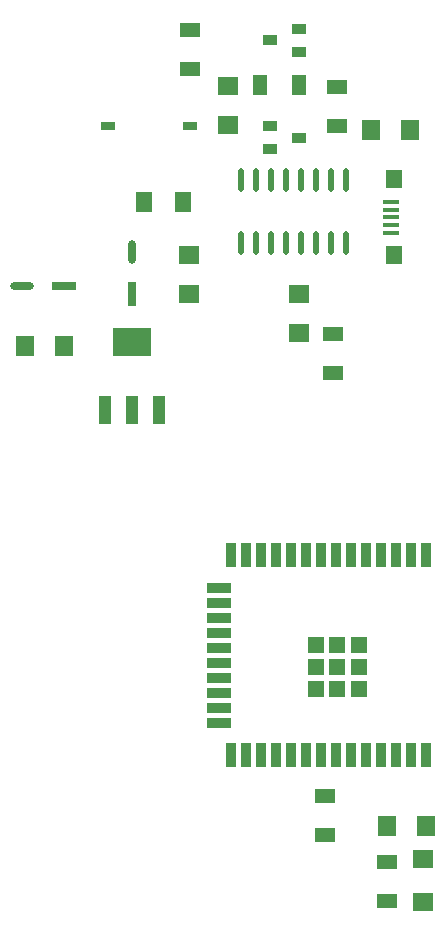
<source format=gbr>
%TF.GenerationSoftware,Altium Limited,Altium Designer,25.7.1 (20)*%
G04 Layer_Color=128*
%FSLAX45Y45*%
%MOMM*%
%TF.SameCoordinates,81D67EAA-D314-4BFC-ACE0-956B7E053A61*%
%TF.FilePolarity,Positive*%
%TF.FileFunction,Paste,Bot*%
%TF.Part,Single*%
G01*
G75*
%TA.AperFunction,SMDPad,CuDef*%
%ADD22R,2.00000X0.70000*%
%ADD23O,2.00000X0.70000*%
%ADD24R,1.65100X1.27000*%
%ADD25R,1.52400X1.65100*%
%ADD26R,1.20000X0.80000*%
%ADD27R,1.20000X0.85000*%
%ADD28R,1.27000X1.65100*%
%ADD29R,1.65100X1.52400*%
%ADD30O,0.70000X2.00000*%
%ADD31R,0.70000X2.00000*%
%ADD32R,3.30000X2.40000*%
%ADD33R,1.00000X2.40000*%
%ADD34R,1.35000X1.80000*%
%ADD35O,0.55000X2.00000*%
%ADD36R,1.35000X0.40000*%
%ADD37R,1.40000X1.60000*%
%TA.AperFunction,BGAPad,CuDef*%
%ADD39R,1.33000X1.33000*%
%TA.AperFunction,ConnectorPad*%
%ADD40R,0.90000X2.00000*%
%ADD41R,2.00000X0.90000*%
D22*
X14592300Y9626600D02*
D03*
D23*
X14236700D02*
D03*
D24*
X15659109Y11798295D02*
D03*
Y11468095D02*
D03*
X16903694Y10985505D02*
D03*
Y11315705D02*
D03*
X16865610Y9220195D02*
D03*
Y8889995D02*
D03*
X16802110Y5308595D02*
D03*
Y4978395D02*
D03*
X17322810Y4749795D02*
D03*
Y4419595D02*
D03*
D25*
X14592300Y9118600D02*
D03*
X14262100D02*
D03*
X17322800Y5054600D02*
D03*
X17653000D02*
D03*
X17185651Y10947400D02*
D03*
X17515849D02*
D03*
D26*
X14959106Y10985505D02*
D03*
X15659109D02*
D03*
D27*
X16581902Y10884413D02*
D03*
X16332439Y10789920D02*
D03*
X16331900Y10982452D02*
D03*
X16332443Y11708892D02*
D03*
X16581902Y11803380D02*
D03*
X16582446Y11610853D02*
D03*
D28*
X16581902Y11328390D02*
D03*
X16251701D02*
D03*
D29*
X16582446Y9563100D02*
D03*
Y9232900D02*
D03*
X17627600Y4775200D02*
D03*
Y4414520D02*
D03*
X15646400Y9563100D02*
D03*
Y9893300D02*
D03*
X15976601Y10988050D02*
D03*
Y11318250D02*
D03*
D30*
X15163800Y9918700D02*
D03*
D31*
Y9563100D02*
D03*
D32*
Y9154602D02*
D03*
D33*
X14933798Y8574598D02*
D03*
X15163800D02*
D03*
X15393802D02*
D03*
D34*
X15597998Y10337800D02*
D03*
X15263002D02*
D03*
D35*
X16090900Y10528300D02*
D03*
X16217900D02*
D03*
X16344901D02*
D03*
X16471899D02*
D03*
X16598900D02*
D03*
X16725900D02*
D03*
X16852901D02*
D03*
X16090900Y9988301D02*
D03*
X16217900D02*
D03*
X16344901D02*
D03*
X16471899D02*
D03*
X16725900D02*
D03*
X16852901D02*
D03*
X16598900D02*
D03*
X16979900Y10528300D02*
D03*
Y9988301D02*
D03*
D36*
X17360101Y10145801D02*
D03*
Y10340802D02*
D03*
Y10275799D02*
D03*
Y10210800D02*
D03*
Y10080798D02*
D03*
D37*
X17382602Y9890801D02*
D03*
Y10530799D02*
D03*
D39*
X16719499Y6586799D02*
D03*
Y6403299D02*
D03*
Y6219800D02*
D03*
X16902998Y6586799D02*
D03*
Y6403299D02*
D03*
Y6219800D02*
D03*
X17086499Y6586799D02*
D03*
Y6403299D02*
D03*
Y6219800D02*
D03*
D40*
X17653000Y7353300D02*
D03*
Y5653298D02*
D03*
X17525999D02*
D03*
X17145000Y7353300D02*
D03*
X17399001Y5653298D02*
D03*
X17272000Y7353300D02*
D03*
X16002000D02*
D03*
X17525999D02*
D03*
X17399001D02*
D03*
X17017999D02*
D03*
X16891000D02*
D03*
X16764000D02*
D03*
X16637000D02*
D03*
X16510001D02*
D03*
X16383000D02*
D03*
X16256000D02*
D03*
X16128999D02*
D03*
X16002000Y5653298D02*
D03*
X16128999D02*
D03*
X16256000D02*
D03*
X16383000D02*
D03*
X16510001D02*
D03*
X16637000D02*
D03*
X16764000D02*
D03*
X16891000D02*
D03*
X17017999D02*
D03*
X17145000D02*
D03*
X17272000D02*
D03*
D41*
X15902000Y5931799D02*
D03*
Y7074799D02*
D03*
Y6947799D02*
D03*
Y6820799D02*
D03*
Y6693799D02*
D03*
Y6566799D02*
D03*
Y6439799D02*
D03*
Y6312799D02*
D03*
Y6185799D02*
D03*
Y6058799D02*
D03*
%TF.MD5,676b76b74482abf449ebc9fed7981651*%
M02*

</source>
